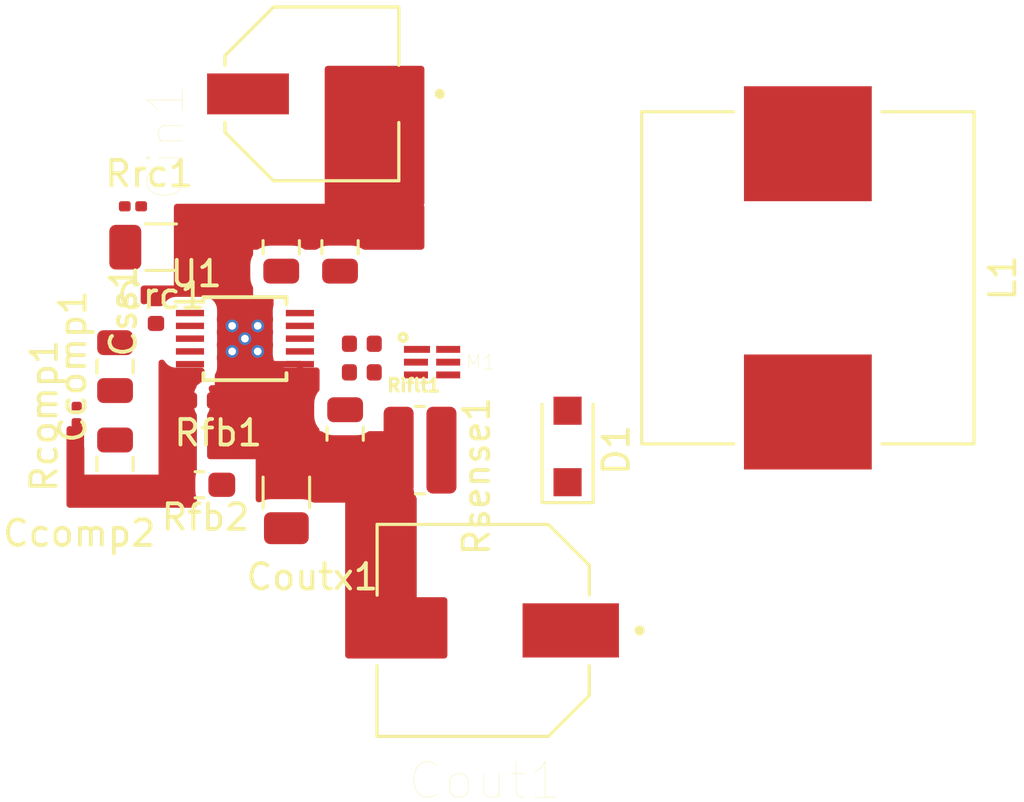
<source format=kicad_pcb>
(kicad_pcb (version 20171130) (host pcbnew "(5.1.5)-3")

  (general
    (thickness 1.6)
    (drawings 0)
    (tracks 5)
    (zones 0)
    (modules 21)
    (nets 16)
  )

  (page A4)
  (layers
    (0 F.Cu signal)
    (31 B.Cu signal)
    (32 B.Adhes user)
    (33 F.Adhes user)
    (34 B.Paste user)
    (35 F.Paste user)
    (36 B.SilkS user)
    (37 F.SilkS user)
    (38 B.Mask user)
    (39 F.Mask user)
    (40 Dwgs.User user)
    (41 Cmts.User user)
    (42 Eco1.User user)
    (43 Eco2.User user)
    (44 Edge.Cuts user)
    (45 Margin user)
    (46 B.CrtYd user)
    (47 F.CrtYd user)
    (48 B.Fab user)
    (49 F.Fab user hide)
  )

  (setup
    (last_trace_width 0.25)
    (trace_clearance 0.2)
    (zone_clearance 0.508)
    (zone_45_only no)
    (trace_min 0.2)
    (via_size 0.8)
    (via_drill 0.4)
    (via_min_size 0.4)
    (via_min_drill 0.3)
    (uvia_size 0.3)
    (uvia_drill 0.1)
    (uvias_allowed no)
    (uvia_min_size 0.2)
    (uvia_min_drill 0.1)
    (edge_width 0.05)
    (segment_width 0.2)
    (pcb_text_width 0.3)
    (pcb_text_size 1.5 1.5)
    (mod_edge_width 0.12)
    (mod_text_size 1 1)
    (mod_text_width 0.15)
    (pad_size 1.1 0.25)
    (pad_drill 0)
    (pad_to_mask_clearance 0.051)
    (solder_mask_min_width 0.25)
    (aux_axis_origin 0 0)
    (visible_elements 7FFFFFFF)
    (pcbplotparams
      (layerselection 0x010fc_ffffffff)
      (usegerberextensions false)
      (usegerberattributes false)
      (usegerberadvancedattributes false)
      (creategerberjobfile false)
      (excludeedgelayer true)
      (linewidth 0.100000)
      (plotframeref false)
      (viasonmask false)
      (mode 1)
      (useauxorigin false)
      (hpglpennumber 1)
      (hpglpenspeed 20)
      (hpglpendiameter 15.000000)
      (psnegative false)
      (psa4output false)
      (plotreference true)
      (plotvalue true)
      (plotinvisibletext false)
      (padsonsilk false)
      (subtractmaskfromsilk false)
      (outputformat 1)
      (mirror false)
      (drillshape 1)
      (scaleselection 1)
      (outputdirectory ""))
  )

  (net 0 "")
  (net 1 GND)
  (net 2 "Net-(Cbp1-Pad1)")
  (net 3 +BATT)
  (net 4 "Net-(Ccomp1-Pad2)")
  (net 5 "Net-(Ccomp1-Pad1)")
  (net 6 "Net-(Ccomp2-Pad2)")
  (net 7 "Net-(Ciflt1-Pad1)")
  (net 8 "Net-(Cout1-Pad1)")
  (net 9 "Net-(Crc1-Pad1)")
  (net 10 "Net-(Css1-Pad1)")
  (net 11 "Net-(D1-Pad2)")
  (net 12 "Net-(M1-Pad2)")
  (net 13 "Net-(M1-Pad3)")
  (net 14 "Net-(Rg1-Pad1)")
  (net 15 "Net-(U1-Pad3)")

  (net_class Default "This is the default net class."
    (clearance 0.2)
    (trace_width 0.25)
    (via_dia 0.8)
    (via_drill 0.4)
    (uvia_dia 0.3)
    (uvia_drill 0.1)
    (add_net +BATT)
    (add_net GND)
    (add_net "Net-(Cbp1-Pad1)")
    (add_net "Net-(Ccomp1-Pad1)")
    (add_net "Net-(Ccomp1-Pad2)")
    (add_net "Net-(Ccomp2-Pad2)")
    (add_net "Net-(Ciflt1-Pad1)")
    (add_net "Net-(Cout1-Pad1)")
    (add_net "Net-(Crc1-Pad1)")
    (add_net "Net-(Css1-Pad1)")
    (add_net "Net-(D1-Pad2)")
    (add_net "Net-(M1-Pad2)")
    (add_net "Net-(M1-Pad3)")
    (add_net "Net-(Rg1-Pad1)")
    (add_net "Net-(U1-Pad3)")
  )

  (module Resistor_SMD:R_0612_1632Metric_Pad1.18x3.40mm_HandSolder (layer F.Cu) (tedit 5B301BBD) (tstamp 5E648583)
    (at 164.3295 111.044)
    (descr "Resistor SMD 0612 (1632 Metric), square (rectangular) end terminal, IPC_7351 nominal with elongated pad for handsoldering. (Body size source: https://www.vishay.com/docs/20019/rcwe.pdf), generated with kicad-footprint-generator")
    (tags "resistor handsolder")
    (path /5E55CD34)
    (attr smd)
    (fp_text reference Rsense1 (at 2.2105 1.016 270) (layer F.SilkS)
      (effects (font (size 1 1) (thickness 0.15)))
    )
    (fp_text value "18.0 mOhm" (at 0 2.65) (layer F.Fab)
      (effects (font (size 1 1) (thickness 0.15)))
    )
    (fp_text user %R (at 0 0) (layer F.Fab)
      (effects (font (size 0.4 0.4) (thickness 0.06)))
    )
    (fp_line (start 1.68 1.95) (end -1.68 1.95) (layer F.CrtYd) (width 0.05))
    (fp_line (start 1.68 -1.95) (end 1.68 1.95) (layer F.CrtYd) (width 0.05))
    (fp_line (start -1.68 -1.95) (end 1.68 -1.95) (layer F.CrtYd) (width 0.05))
    (fp_line (start -1.68 1.95) (end -1.68 -1.95) (layer F.CrtYd) (width 0.05))
    (fp_line (start -0.182983 1.71) (end 0.182983 1.71) (layer F.SilkS) (width 0.12))
    (fp_line (start -0.182983 -1.71) (end 0.182983 -1.71) (layer F.SilkS) (width 0.12))
    (fp_line (start 0.8 1.6) (end -0.8 1.6) (layer F.Fab) (width 0.1))
    (fp_line (start 0.8 -1.6) (end 0.8 1.6) (layer F.Fab) (width 0.1))
    (fp_line (start -0.8 -1.6) (end 0.8 -1.6) (layer F.Fab) (width 0.1))
    (fp_line (start -0.8 1.6) (end -0.8 -1.6) (layer F.Fab) (width 0.1))
    (pad 2 smd roundrect (at 0.8375 0) (size 1.175 3.4) (layers F.Cu F.Paste F.Mask) (roundrect_rratio 0.212766)
      (net 13 "Net-(M1-Pad3)"))
    (pad 1 smd roundrect (at -0.8375 0) (size 1.175 3.4) (layers F.Cu F.Paste F.Mask) (roundrect_rratio 0.212766)
      (net 1 GND))
    (model ${KISYS3DMOD}/Resistor_SMD.3dshapes/R_0612_1632Metric.wrl
      (at (xyz 0 0 0))
      (scale (xyz 1 1 1))
      (rotate (xyz 0 0 0))
    )
  )

  (module Resistor_SMD:R_0201_0603Metric (layer F.Cu) (tedit 5B301BBD) (tstamp 5E648572)
    (at 153.1 101.5 180)
    (descr "Resistor SMD 0201 (0603 Metric), square (rectangular) end terminal, IPC_7351 nominal, (Body size source: https://www.vishay.com/docs/20052/crcw0201e3.pdf), generated with kicad-footprint-generator")
    (tags resistor)
    (path /5E55C861)
    (attr smd)
    (fp_text reference Rrc1 (at -0.635 1.27) (layer F.SilkS)
      (effects (font (size 1 1) (thickness 0.15)))
    )
    (fp_text value "681.0 kOhm" (at 0 1.05) (layer F.Fab)
      (effects (font (size 1 1) (thickness 0.15)))
    )
    (fp_text user %R (at 0 -0.68) (layer F.Fab)
      (effects (font (size 0.25 0.25) (thickness 0.04)))
    )
    (fp_line (start 0.7 0.35) (end -0.7 0.35) (layer F.CrtYd) (width 0.05))
    (fp_line (start 0.7 -0.35) (end 0.7 0.35) (layer F.CrtYd) (width 0.05))
    (fp_line (start -0.7 -0.35) (end 0.7 -0.35) (layer F.CrtYd) (width 0.05))
    (fp_line (start -0.7 0.35) (end -0.7 -0.35) (layer F.CrtYd) (width 0.05))
    (fp_line (start 0.3 0.15) (end -0.3 0.15) (layer F.Fab) (width 0.1))
    (fp_line (start 0.3 -0.15) (end 0.3 0.15) (layer F.Fab) (width 0.1))
    (fp_line (start -0.3 -0.15) (end 0.3 -0.15) (layer F.Fab) (width 0.1))
    (fp_line (start -0.3 0.15) (end -0.3 -0.15) (layer F.Fab) (width 0.1))
    (pad 2 smd roundrect (at 0.32 0 180) (size 0.46 0.4) (layers F.Cu F.Mask) (roundrect_rratio 0.25)
      (net 9 "Net-(Crc1-Pad1)"))
    (pad 1 smd roundrect (at -0.32 0 180) (size 0.46 0.4) (layers F.Cu F.Mask) (roundrect_rratio 0.25)
      (net 3 +BATT))
    (pad "" smd roundrect (at 0.345 0 180) (size 0.318 0.36) (layers F.Paste) (roundrect_rratio 0.25))
    (pad "" smd roundrect (at -0.345 0 180) (size 0.318 0.36) (layers F.Paste) (roundrect_rratio 0.25))
    (model ${KISYS3DMOD}/Resistor_SMD.3dshapes/R_0201_0603Metric.wrl
      (at (xyz 0 0 0))
      (scale (xyz 1 1 1))
      (rotate (xyz 0 0 0))
    )
  )

  (module Boost_Comm:TSSOP-10_3x3mm_P0.5mm_ThermalPad (layer F.Cu) (tedit 5E88DE31) (tstamp 5E6485A8)
    (at 157.48 106.68)
    (descr "TSSOP10: plastic thin shrink small outline package; 10 leads; body width 3 mm; (see NXP SSOP-TSSOP-VSO-REFLOW.pdf and sot552-1_po.pdf)")
    (tags "SSOP 0.5")
    (path /5E608753)
    (attr smd)
    (fp_text reference U1 (at -1.905 -2.54) (layer F.SilkS)
      (effects (font (size 1 1) (thickness 0.15)))
    )
    (fp_text value TPS40210DGQ (at 0 2.55) (layer F.Fab)
      (effects (font (size 1 1) (thickness 0.15)))
    )
    (fp_line (start -0.5 -1.5) (end 1.5 -1.5) (layer F.Fab) (width 0.15))
    (fp_line (start 1.5 -1.5) (end 1.5 1.5) (layer F.Fab) (width 0.15))
    (fp_line (start 1.5 1.5) (end -1.5 1.5) (layer F.Fab) (width 0.15))
    (fp_line (start -1.5 1.5) (end -1.5 -0.5) (layer F.Fab) (width 0.15))
    (fp_line (start -1.5 -0.5) (end -0.5 -1.5) (layer F.Fab) (width 0.15))
    (fp_line (start -2.95 -1.8) (end -2.95 1.8) (layer F.CrtYd) (width 0.05))
    (fp_line (start 2.95 -1.8) (end 2.95 1.8) (layer F.CrtYd) (width 0.05))
    (fp_line (start -2.95 -1.8) (end 2.95 -1.8) (layer F.CrtYd) (width 0.05))
    (fp_line (start -2.95 1.8) (end 2.95 1.8) (layer F.CrtYd) (width 0.05))
    (fp_line (start -1.625 -1.625) (end -1.625 -1.45) (layer F.SilkS) (width 0.15))
    (fp_line (start 1.625 -1.625) (end 1.625 -1.35) (layer F.SilkS) (width 0.15))
    (fp_line (start 1.625 1.625) (end 1.625 1.35) (layer F.SilkS) (width 0.15))
    (fp_line (start -1.625 1.625) (end -1.625 1.35) (layer F.SilkS) (width 0.15))
    (fp_line (start -1.625 -1.625) (end 1.625 -1.625) (layer F.SilkS) (width 0.15))
    (fp_line (start -1.625 1.625) (end 1.625 1.625) (layer F.SilkS) (width 0.15))
    (fp_line (start -1.625 -1.45) (end -2.7 -1.45) (layer F.SilkS) (width 0.15))
    (fp_text user %R (at 0.18796 -1.3716) (layer F.Fab)
      (effects (font (size 0.6 0.6) (thickness 0.15)))
    )
    (pad 1 smd rect (at -2.15 -1) (size 1.1 0.25) (layers F.Cu F.Paste F.Mask)
      (net 9 "Net-(Crc1-Pad1)"))
    (pad 2 smd rect (at -2.15 -0.5) (size 1.1 0.25) (layers F.Cu F.Paste F.Mask)
      (net 10 "Net-(Css1-Pad1)"))
    (pad 3 smd rect (at -2.15 0) (size 1.1 0.25) (layers F.Cu F.Paste F.Mask)
      (net 15 "Net-(U1-Pad3)"))
    (pad 4 smd rect (at -2.15 0.5) (size 1.1 0.25) (layers F.Cu F.Paste F.Mask)
      (net 5 "Net-(Ccomp1-Pad1)"))
    (pad 5 smd rect (at -2.15 1) (size 1.1 0.25) (layers F.Cu F.Paste F.Mask)
      (net 6 "Net-(Ccomp2-Pad2)"))
    (pad 6 smd rect (at 2.15 1) (size 1.1 0.25) (layers F.Cu F.Paste F.Mask)
      (net 1 GND))
    (pad 7 smd rect (at 2.15 0.5) (size 1.1 0.25) (layers F.Cu F.Paste F.Mask)
      (net 7 "Net-(Ciflt1-Pad1)"))
    (pad 8 smd rect (at 2.15 0) (size 1.1 0.25) (layers F.Cu F.Paste F.Mask)
      (net 14 "Net-(Rg1-Pad1)"))
    (pad 9 smd rect (at 2.15 -0.5) (size 1.1 0.25) (layers F.Cu F.Paste F.Mask)
      (net 2 "Net-(Cbp1-Pad1)"))
    (pad 10 smd rect (at 2.15 -1) (size 1.1 0.25) (layers F.Cu F.Paste F.Mask)
      (net 3 +BATT))
    (pad ~ smd rect (at 0 0) (size 1.57 1.88) (layers F.Cu F.Paste F.Mask)
      (net 1 GND))
    (pad ~ thru_hole circle (at 0 0) (size 0.5 0.5) (drill 0.3) (layers *.Cu *.Mask)
      (net 1 GND))
    (pad ~ thru_hole circle (at -0.5 0.5) (size 0.5 0.5) (drill 0.3) (layers *.Cu *.Mask)
      (net 1 GND))
    (pad ~ thru_hole circle (at -0.5 -0.5) (size 0.5 0.5) (drill 0.3) (layers *.Cu *.Mask)
      (net 1 GND))
    (pad ~ thru_hole circle (at 0.5 -0.5) (size 0.5 0.5) (drill 0.3) (layers *.Cu *.Mask)
      (net 1 GND))
    (pad ~ thru_hole circle (at 0.5 0.5) (size 0.5 0.5) (drill 0.3) (layers *.Cu *.Mask)
      (net 1 GND))
    (model ${KISYS3DMOD}/Package_SO.3dshapes/TSSOP-10_3x3mm_P0.5mm.wrl
      (at (xyz 0 0 0))
      (scale (xyz 1 1 1))
      (rotate (xyz 0 0 0))
    )
  )

  (module Resistor_SMD:R_0402_1005Metric (layer F.Cu) (tedit 5B301BBD) (tstamp 5E648561)
    (at 162.052 108)
    (descr "Resistor SMD 0402 (1005 Metric), square (rectangular) end terminal, IPC_7351 nominal, (Body size source: http://www.tortai-tech.com/upload/download/2011102023233369053.pdf), generated with kicad-footprint-generator")
    (tags resistor)
    (path /5E55D086)
    (attr smd)
    (fp_text reference Riflt1 (at 2.032 0.508) (layer F.SilkS)
      (effects (font (size 0.5 0.5) (thickness 0.125)))
    )
    (fp_text value "1000.0 Ohm" (at 0 1.17) (layer F.Fab)
      (effects (font (size 1 1) (thickness 0.15)))
    )
    (fp_text user %R (at 0 0) (layer F.Fab)
      (effects (font (size 0.25 0.25) (thickness 0.04)))
    )
    (fp_line (start 0.93 0.47) (end -0.93 0.47) (layer F.CrtYd) (width 0.05))
    (fp_line (start 0.93 -0.47) (end 0.93 0.47) (layer F.CrtYd) (width 0.05))
    (fp_line (start -0.93 -0.47) (end 0.93 -0.47) (layer F.CrtYd) (width 0.05))
    (fp_line (start -0.93 0.47) (end -0.93 -0.47) (layer F.CrtYd) (width 0.05))
    (fp_line (start 0.5 0.25) (end -0.5 0.25) (layer F.Fab) (width 0.1))
    (fp_line (start 0.5 -0.25) (end 0.5 0.25) (layer F.Fab) (width 0.1))
    (fp_line (start -0.5 -0.25) (end 0.5 -0.25) (layer F.Fab) (width 0.1))
    (fp_line (start -0.5 0.25) (end -0.5 -0.25) (layer F.Fab) (width 0.1))
    (pad 2 smd roundrect (at 0.485 0) (size 0.59 0.64) (layers F.Cu F.Paste F.Mask) (roundrect_rratio 0.25)
      (net 13 "Net-(M1-Pad3)"))
    (pad 1 smd roundrect (at -0.485 0) (size 0.59 0.64) (layers F.Cu F.Paste F.Mask) (roundrect_rratio 0.25)
      (net 7 "Net-(Ciflt1-Pad1)"))
    (model ${KISYS3DMOD}/Resistor_SMD.3dshapes/R_0402_1005Metric.wrl
      (at (xyz 0 0 0))
      (scale (xyz 1 1 1))
      (rotate (xyz 0 0 0))
    )
  )

  (module Resistor_SMD:R_0402_1005Metric (layer F.Cu) (tedit 5B301BBD) (tstamp 5E648552)
    (at 162.052 106.88)
    (descr "Resistor SMD 0402 (1005 Metric), square (rectangular) end terminal, IPC_7351 nominal, (Body size source: http://www.tortai-tech.com/upload/download/2011102023233369053.pdf), generated with kicad-footprint-generator")
    (tags resistor)
    (path /5E55D43D)
    (attr smd)
    (fp_text reference Rg1 (at 0 -1.016) (layer F.SilkS) hide
      (effects (font (size 0.5 0.5) (thickness 0.125)))
    )
    (fp_text value "44.2 Ohm" (at 0 1.17) (layer F.Fab)
      (effects (font (size 1 1) (thickness 0.15)))
    )
    (fp_text user %R (at 0 0) (layer F.Fab)
      (effects (font (size 0.25 0.25) (thickness 0.04)))
    )
    (fp_line (start 0.93 0.47) (end -0.93 0.47) (layer F.CrtYd) (width 0.05))
    (fp_line (start 0.93 -0.47) (end 0.93 0.47) (layer F.CrtYd) (width 0.05))
    (fp_line (start -0.93 -0.47) (end 0.93 -0.47) (layer F.CrtYd) (width 0.05))
    (fp_line (start -0.93 0.47) (end -0.93 -0.47) (layer F.CrtYd) (width 0.05))
    (fp_line (start 0.5 0.25) (end -0.5 0.25) (layer F.Fab) (width 0.1))
    (fp_line (start 0.5 -0.25) (end 0.5 0.25) (layer F.Fab) (width 0.1))
    (fp_line (start -0.5 -0.25) (end 0.5 -0.25) (layer F.Fab) (width 0.1))
    (fp_line (start -0.5 0.25) (end -0.5 -0.25) (layer F.Fab) (width 0.1))
    (pad 2 smd roundrect (at 0.485 0) (size 0.59 0.64) (layers F.Cu F.Paste F.Mask) (roundrect_rratio 0.25)
      (net 12 "Net-(M1-Pad2)"))
    (pad 1 smd roundrect (at -0.485 0) (size 0.59 0.64) (layers F.Cu F.Paste F.Mask) (roundrect_rratio 0.25)
      (net 14 "Net-(Rg1-Pad1)"))
    (model ${KISYS3DMOD}/Resistor_SMD.3dshapes/R_0402_1005Metric.wrl
      (at (xyz 0 0 0))
      (scale (xyz 1 1 1))
      (rotate (xyz 0 0 0))
    )
  )

  (module Boost_Comm:CSD17571Q2 (layer F.Cu) (tedit 5E88CA63) (tstamp 5E648512)
    (at 164.8 107.6)
    (path /5E5F36EA)
    (fp_text reference M1 (at 1.9 0) (layer F.SilkS)
      (effects (font (size 0.578565 0.578565) (thickness 0.015)))
    )
    (fp_text value CSD17571Q2 (at 4.87288 -2.103991) (layer F.Fab)
      (effects (font (size 0.580804 0.580804) (thickness 0.015)))
    )
    (fp_line (start -1.35 -1) (end 1.35 -1) (layer F.CrtYd) (width 0.05))
    (fp_line (start -1.35 1) (end -1.35 -1) (layer F.CrtYd) (width 0.05))
    (fp_line (start 1.35 1) (end -1.35 1) (layer F.CrtYd) (width 0.05))
    (fp_line (start 1.35 -1) (end 1.35 1) (layer F.CrtYd) (width 0.05))
    (fp_circle (center -1.135 -0.97) (end -1.065 -0.97) (layer F.SilkS) (width 0.15))
    (fp_line (start -0.75 -0.75) (end 0.75 -0.75) (layer F.Fab) (width 0.127))
    (fp_line (start -0.75 0.75) (end -0.75 -0.75) (layer F.Fab) (width 0.127))
    (fp_line (start 0.75 0.75) (end -0.75 0.75) (layer F.Fab) (width 0.127))
    (fp_line (start 0.75 -0.75) (end 0.75 0.75) (layer F.Fab) (width 0.127))
    (pad 1 smd rect (at -0.59 -0.5) (size 1.02 0.27) (layers F.Cu F.Paste F.Mask)
      (net 11 "Net-(D1-Pad2)"))
    (pad 2 smd rect (at -0.63 0) (size 0.94 0.27) (layers F.Cu F.Paste F.Mask)
      (net 12 "Net-(M1-Pad2)"))
    (pad 3 smd rect (at -0.63 0.5) (size 0.94 0.27) (layers F.Cu F.Paste F.Mask)
      (net 13 "Net-(M1-Pad3)"))
    (pad 4 smd rect (at 0.63 0.5) (size 0.94 0.27) (layers F.Cu F.Paste F.Mask)
      (net 13 "Net-(M1-Pad3)"))
    (pad 5 smd rect (at 0.63 0) (size 0.94 0.27) (layers F.Cu F.Paste F.Mask)
      (net 12 "Net-(M1-Pad2)"))
    (pad 6 smd rect (at 0.63 -0.5) (size 0.94 0.27) (layers F.Cu F.Paste F.Mask)
      (net 11 "Net-(D1-Pad2)"))
  )

  (module Capacitor_SMD:C_0402_1005Metric (layer F.Cu) (tedit 5B301BBE) (tstamp 5E6484D1)
    (at 154 105.6 90)
    (descr "Capacitor SMD 0402 (1005 Metric), square (rectangular) end terminal, IPC_7351 nominal, (Body size source: http://www.tortai-tech.com/upload/download/2011102023233369053.pdf), generated with kicad-footprint-generator")
    (tags capacitor)
    (path /5E574B79)
    (attr smd)
    (fp_text reference Css1 (at 0 -1.27 90) (layer F.SilkS)
      (effects (font (size 1 1) (thickness 0.15)))
    )
    (fp_text value "68.0 nF" (at 0 1.17 90) (layer F.Fab)
      (effects (font (size 1 1) (thickness 0.15)))
    )
    (fp_text user %R (at 0 0 90) (layer F.Fab)
      (effects (font (size 0.25 0.25) (thickness 0.04)))
    )
    (fp_line (start 0.93 0.47) (end -0.93 0.47) (layer F.CrtYd) (width 0.05))
    (fp_line (start 0.93 -0.47) (end 0.93 0.47) (layer F.CrtYd) (width 0.05))
    (fp_line (start -0.93 -0.47) (end 0.93 -0.47) (layer F.CrtYd) (width 0.05))
    (fp_line (start -0.93 0.47) (end -0.93 -0.47) (layer F.CrtYd) (width 0.05))
    (fp_line (start 0.5 0.25) (end -0.5 0.25) (layer F.Fab) (width 0.1))
    (fp_line (start 0.5 -0.25) (end 0.5 0.25) (layer F.Fab) (width 0.1))
    (fp_line (start -0.5 -0.25) (end 0.5 -0.25) (layer F.Fab) (width 0.1))
    (fp_line (start -0.5 0.25) (end -0.5 -0.25) (layer F.Fab) (width 0.1))
    (pad 2 smd roundrect (at 0.485 0 90) (size 0.59 0.64) (layers F.Cu F.Paste F.Mask) (roundrect_rratio 0.25)
      (net 1 GND))
    (pad 1 smd roundrect (at -0.485 0 90) (size 0.59 0.64) (layers F.Cu F.Paste F.Mask) (roundrect_rratio 0.25)
      (net 10 "Net-(Css1-Pad1)"))
    (model ${KISYS3DMOD}/Capacitor_SMD.3dshapes/C_0402_1005Metric.wrl
      (at (xyz 0 0 0))
      (scale (xyz 1 1 1))
      (rotate (xyz 0 0 0))
    )
  )

  (module Capacitor_SMD:C_1206_3216Metric (layer F.Cu) (tedit 5B301BBE) (tstamp 5E6484B1)
    (at 159.1 112.7 90)
    (descr "Capacitor SMD 1206 (3216 Metric), square (rectangular) end terminal, IPC_7351 nominal, (Body size source: http://www.tortai-tech.com/upload/download/2011102023233369053.pdf), generated with kicad-footprint-generator")
    (tags capacitor)
    (path /5E5F7CBA)
    (attr smd)
    (fp_text reference Coutx1 (at -3.305 1.016 180) (layer F.SilkS)
      (effects (font (size 1 1) (thickness 0.15)))
    )
    (fp_text value "2.2 uF" (at 0 1.82 90) (layer F.Fab)
      (effects (font (size 1 1) (thickness 0.15)))
    )
    (fp_text user %R (at 0 0 90) (layer F.Fab)
      (effects (font (size 0.8 0.8) (thickness 0.12)))
    )
    (fp_line (start 2.28 1.12) (end -2.28 1.12) (layer F.CrtYd) (width 0.05))
    (fp_line (start 2.28 -1.12) (end 2.28 1.12) (layer F.CrtYd) (width 0.05))
    (fp_line (start -2.28 -1.12) (end 2.28 -1.12) (layer F.CrtYd) (width 0.05))
    (fp_line (start -2.28 1.12) (end -2.28 -1.12) (layer F.CrtYd) (width 0.05))
    (fp_line (start -0.602064 0.91) (end 0.602064 0.91) (layer F.SilkS) (width 0.12))
    (fp_line (start -0.602064 -0.91) (end 0.602064 -0.91) (layer F.SilkS) (width 0.12))
    (fp_line (start 1.6 0.8) (end -1.6 0.8) (layer F.Fab) (width 0.1))
    (fp_line (start 1.6 -0.8) (end 1.6 0.8) (layer F.Fab) (width 0.1))
    (fp_line (start -1.6 -0.8) (end 1.6 -0.8) (layer F.Fab) (width 0.1))
    (fp_line (start -1.6 0.8) (end -1.6 -0.8) (layer F.Fab) (width 0.1))
    (pad 2 smd roundrect (at 1.4 0 90) (size 1.25 1.75) (layers F.Cu F.Paste F.Mask) (roundrect_rratio 0.2)
      (net 1 GND))
    (pad 1 smd roundrect (at -1.4 0 90) (size 1.25 1.75) (layers F.Cu F.Paste F.Mask) (roundrect_rratio 0.2)
      (net 8 "Net-(Cout1-Pad1)"))
    (model ${KISYS3DMOD}/Capacitor_SMD.3dshapes/C_1206_3216Metric.wrl
      (at (xyz 0 0 0))
      (scale (xyz 1 1 1))
      (rotate (xyz 0 0 0))
    )
  )

  (module Boost_Comm:CAP_EEE-FT1H470AP (layer F.Cu) (tedit 5E61E461) (tstamp 5E64847E)
    (at 160.1 97.1)
    (path /5E578B56)
    (fp_text reference Cin1 (at -5.715 1.905 90) (layer F.SilkS)
      (effects (font (size 1.4 1.4) (thickness 0.015)))
    )
    (fp_text value "33.0 uF" (at 10.113 5.111) (layer F.Fab)
      (effects (font (size 1.4 1.4) (thickness 0.015)))
    )
    (fp_line (start 4.35 -3.65) (end -4.35 -3.65) (layer F.CrtYd) (width 0.05))
    (fp_line (start 4.35 3.65) (end 4.35 -3.65) (layer F.CrtYd) (width 0.05))
    (fp_line (start -4.35 3.65) (end 4.35 3.65) (layer F.CrtYd) (width 0.05))
    (fp_line (start -4.35 -3.65) (end -4.35 3.65) (layer F.CrtYd) (width 0.05))
    (fp_circle (center 5 0) (end 5.1 0) (layer F.Fab) (width 0.2))
    (fp_circle (center 5 0) (end 5.1 0) (layer F.SilkS) (width 0.2))
    (fp_line (start -3.4 1.5) (end -3.4 1.12) (layer F.SilkS) (width 0.127))
    (fp_line (start 3.4 3.4) (end 3.4 1.12) (layer F.SilkS) (width 0.127))
    (fp_line (start -1.5 3.4) (end 3.4 3.4) (layer F.Fab) (width 0.127))
    (fp_line (start -3.4 1.5) (end -1.5 3.4) (layer F.Fab) (width 0.127))
    (fp_line (start -1.5 -3.4) (end -3.4 -1.5) (layer F.Fab) (width 0.127))
    (fp_line (start 3.4 -3.4) (end -1.5 -3.4) (layer F.Fab) (width 0.127))
    (fp_line (start 3.4 3.4) (end 3.4 -3.4) (layer F.Fab) (width 0.127))
    (fp_line (start -3.4 -1.5) (end -3.4 1.5) (layer F.Fab) (width 0.127))
    (fp_line (start -1.5 -3.4) (end -3.4 -1.5) (layer F.SilkS) (width 0.127))
    (fp_line (start 3.4 -3.4) (end -1.5 -3.4) (layer F.SilkS) (width 0.127))
    (fp_line (start 3.4 -1.12) (end 3.4 -3.4) (layer F.SilkS) (width 0.127))
    (fp_line (start -1.5 3.4) (end 3.4 3.4) (layer F.SilkS) (width 0.127))
    (fp_line (start -3.4 1.5) (end -1.5 3.4) (layer F.SilkS) (width 0.127))
    (fp_line (start -3.4 -1.5) (end -3.4 -1.12) (layer F.SilkS) (width 0.127))
    (pad 2 smd rect (at 2.5 0) (size 3.2 1.6) (layers F.Cu F.Paste F.Mask)
      (net 1 GND))
    (pad 1 smd rect (at -2.5 0) (size 3.2 1.6) (layers F.Cu F.Paste F.Mask)
      (net 3 +BATT))
  )

  (module Capacitor_SMD:C_0805_2012Metric (layer F.Cu) (tedit 5B36C52B) (tstamp 5E648464)
    (at 161.4 110.4 270)
    (descr "Capacitor SMD 0805 (2012 Metric), square (rectangular) end terminal, IPC_7351 nominal, (Body size source: https://docs.google.com/spreadsheets/d/1BsfQQcO9C6DZCsRaXUlFlo91Tg2WpOkGARC1WS5S8t0/edit?usp=sharing), generated with kicad-footprint-generator")
    (tags capacitor)
    (path /5E5761B1)
    (attr smd)
    (fp_text reference Ciflt1 (at -2.54 1.524) (layer F.SilkS) hide
      (effects (font (size 1 1) (thickness 0.15)))
    )
    (fp_text value "330.0 pF" (at 0 1.65 90) (layer F.Fab)
      (effects (font (size 1 1) (thickness 0.15)))
    )
    (fp_text user %R (at 0 0 90) (layer F.Fab)
      (effects (font (size 0.5 0.5) (thickness 0.08)))
    )
    (fp_line (start 1.68 0.95) (end -1.68 0.95) (layer F.CrtYd) (width 0.05))
    (fp_line (start 1.68 -0.95) (end 1.68 0.95) (layer F.CrtYd) (width 0.05))
    (fp_line (start -1.68 -0.95) (end 1.68 -0.95) (layer F.CrtYd) (width 0.05))
    (fp_line (start -1.68 0.95) (end -1.68 -0.95) (layer F.CrtYd) (width 0.05))
    (fp_line (start -0.258578 0.71) (end 0.258578 0.71) (layer F.SilkS) (width 0.12))
    (fp_line (start -0.258578 -0.71) (end 0.258578 -0.71) (layer F.SilkS) (width 0.12))
    (fp_line (start 1 0.6) (end -1 0.6) (layer F.Fab) (width 0.1))
    (fp_line (start 1 -0.6) (end 1 0.6) (layer F.Fab) (width 0.1))
    (fp_line (start -1 -0.6) (end 1 -0.6) (layer F.Fab) (width 0.1))
    (fp_line (start -1 0.6) (end -1 -0.6) (layer F.Fab) (width 0.1))
    (pad 2 smd roundrect (at 0.9375 0 270) (size 0.975 1.4) (layers F.Cu F.Paste F.Mask) (roundrect_rratio 0.25)
      (net 1 GND))
    (pad 1 smd roundrect (at -0.9375 0 270) (size 0.975 1.4) (layers F.Cu F.Paste F.Mask) (roundrect_rratio 0.25)
      (net 7 "Net-(Ciflt1-Pad1)"))
    (model ${KISYS3DMOD}/Capacitor_SMD.3dshapes/C_0805_2012Metric.wrl
      (at (xyz 0 0 0))
      (scale (xyz 1 1 1))
      (rotate (xyz 0 0 0))
    )
  )

  (module Resistor_SMD:R_0201_0603Metric (layer F.Cu) (tedit 5B301BBD) (tstamp 5E648523)
    (at 150.9 109.7 270)
    (descr "Resistor SMD 0201 (0603 Metric), square (rectangular) end terminal, IPC_7351 nominal, (Body size source: https://www.vishay.com/docs/20052/crcw0201e3.pdf), generated with kicad-footprint-generator")
    (tags resistor)
    (path /5E55D917)
    (attr smd)
    (fp_text reference Rcomp1 (at 0 1.27 90) (layer F.SilkS)
      (effects (font (size 1 1) (thickness 0.15)))
    )
    (fp_text value "36.5 kOhm" (at 0 1.05 90) (layer F.Fab)
      (effects (font (size 1 1) (thickness 0.15)))
    )
    (fp_text user %R (at 0 -0.68 90) (layer F.Fab)
      (effects (font (size 0.25 0.25) (thickness 0.04)))
    )
    (fp_line (start 0.7 0.35) (end -0.7 0.35) (layer F.CrtYd) (width 0.05))
    (fp_line (start 0.7 -0.35) (end 0.7 0.35) (layer F.CrtYd) (width 0.05))
    (fp_line (start -0.7 -0.35) (end 0.7 -0.35) (layer F.CrtYd) (width 0.05))
    (fp_line (start -0.7 0.35) (end -0.7 -0.35) (layer F.CrtYd) (width 0.05))
    (fp_line (start 0.3 0.15) (end -0.3 0.15) (layer F.Fab) (width 0.1))
    (fp_line (start 0.3 -0.15) (end 0.3 0.15) (layer F.Fab) (width 0.1))
    (fp_line (start -0.3 -0.15) (end 0.3 -0.15) (layer F.Fab) (width 0.1))
    (fp_line (start -0.3 0.15) (end -0.3 -0.15) (layer F.Fab) (width 0.1))
    (pad 2 smd roundrect (at 0.32 0 270) (size 0.46 0.4) (layers F.Cu F.Mask) (roundrect_rratio 0.25)
      (net 6 "Net-(Ccomp2-Pad2)"))
    (pad 1 smd roundrect (at -0.32 0 270) (size 0.46 0.4) (layers F.Cu F.Mask) (roundrect_rratio 0.25)
      (net 4 "Net-(Ccomp1-Pad2)"))
    (pad "" smd roundrect (at 0.345 0 270) (size 0.318 0.36) (layers F.Paste) (roundrect_rratio 0.25))
    (pad "" smd roundrect (at -0.345 0 270) (size 0.318 0.36) (layers F.Paste) (roundrect_rratio 0.25))
    (model ${KISYS3DMOD}/Resistor_SMD.3dshapes/R_0201_0603Metric.wrl
      (at (xyz 0 0 0))
      (scale (xyz 1 1 1))
      (rotate (xyz 0 0 0))
    )
  )

  (module Capacitor_SMD:C_0805_2012Metric (layer F.Cu) (tedit 5B36C52B) (tstamp 5E648453)
    (at 152.4 111.5845 270)
    (descr "Capacitor SMD 0805 (2012 Metric), square (rectangular) end terminal, IPC_7351 nominal, (Body size source: https://docs.google.com/spreadsheets/d/1BsfQQcO9C6DZCsRaXUlFlo91Tg2WpOkGARC1WS5S8t0/edit?usp=sharing), generated with kicad-footprint-generator")
    (tags capacitor)
    (path /5E576755)
    (attr smd)
    (fp_text reference Ccomp2 (at 2.7155 1.4 180) (layer F.SilkS)
      (effects (font (size 1 1) (thickness 0.15)))
    )
    (fp_text value "300.0 pF" (at 0 1.65 90) (layer F.Fab)
      (effects (font (size 1 1) (thickness 0.15)))
    )
    (fp_text user %R (at 0 0 90) (layer F.Fab)
      (effects (font (size 0.5 0.5) (thickness 0.08)))
    )
    (fp_line (start 1.68 0.95) (end -1.68 0.95) (layer F.CrtYd) (width 0.05))
    (fp_line (start 1.68 -0.95) (end 1.68 0.95) (layer F.CrtYd) (width 0.05))
    (fp_line (start -1.68 -0.95) (end 1.68 -0.95) (layer F.CrtYd) (width 0.05))
    (fp_line (start -1.68 0.95) (end -1.68 -0.95) (layer F.CrtYd) (width 0.05))
    (fp_line (start -0.258578 0.71) (end 0.258578 0.71) (layer F.SilkS) (width 0.12))
    (fp_line (start -0.258578 -0.71) (end 0.258578 -0.71) (layer F.SilkS) (width 0.12))
    (fp_line (start 1 0.6) (end -1 0.6) (layer F.Fab) (width 0.1))
    (fp_line (start 1 -0.6) (end 1 0.6) (layer F.Fab) (width 0.1))
    (fp_line (start -1 -0.6) (end 1 -0.6) (layer F.Fab) (width 0.1))
    (fp_line (start -1 0.6) (end -1 -0.6) (layer F.Fab) (width 0.1))
    (pad 2 smd roundrect (at 0.9375 0 270) (size 0.975 1.4) (layers F.Cu F.Paste F.Mask) (roundrect_rratio 0.25)
      (net 6 "Net-(Ccomp2-Pad2)"))
    (pad 1 smd roundrect (at -0.9375 0 270) (size 0.975 1.4) (layers F.Cu F.Paste F.Mask) (roundrect_rratio 0.25)
      (net 5 "Net-(Ccomp1-Pad1)"))
    (model ${KISYS3DMOD}/Capacitor_SMD.3dshapes/C_0805_2012Metric.wrl
      (at (xyz 0 0 0))
      (scale (xyz 1 1 1))
      (rotate (xyz 0 0 0))
    )
  )

  (module Capacitor_SMD:C_0805_2012Metric (layer F.Cu) (tedit 5B36C52B) (tstamp 5E648442)
    (at 152.4 107.7745 90)
    (descr "Capacitor SMD 0805 (2012 Metric), square (rectangular) end terminal, IPC_7351 nominal, (Body size source: https://docs.google.com/spreadsheets/d/1BsfQQcO9C6DZCsRaXUlFlo91Tg2WpOkGARC1WS5S8t0/edit?usp=sharing), generated with kicad-footprint-generator")
    (tags capacitor)
    (path /5E5741D0)
    (attr smd)
    (fp_text reference Ccomp1 (at 0 -1.65 90) (layer F.SilkS)
      (effects (font (size 1 1) (thickness 0.15)))
    )
    (fp_text value "8.2 nF" (at 0 1.65 90) (layer F.Fab)
      (effects (font (size 1 1) (thickness 0.15)))
    )
    (fp_text user %R (at 0 0 90) (layer F.Fab)
      (effects (font (size 0.5 0.5) (thickness 0.08)))
    )
    (fp_line (start 1.68 0.95) (end -1.68 0.95) (layer F.CrtYd) (width 0.05))
    (fp_line (start 1.68 -0.95) (end 1.68 0.95) (layer F.CrtYd) (width 0.05))
    (fp_line (start -1.68 -0.95) (end 1.68 -0.95) (layer F.CrtYd) (width 0.05))
    (fp_line (start -1.68 0.95) (end -1.68 -0.95) (layer F.CrtYd) (width 0.05))
    (fp_line (start -0.258578 0.71) (end 0.258578 0.71) (layer F.SilkS) (width 0.12))
    (fp_line (start -0.258578 -0.71) (end 0.258578 -0.71) (layer F.SilkS) (width 0.12))
    (fp_line (start 1 0.6) (end -1 0.6) (layer F.Fab) (width 0.1))
    (fp_line (start 1 -0.6) (end 1 0.6) (layer F.Fab) (width 0.1))
    (fp_line (start -1 -0.6) (end 1 -0.6) (layer F.Fab) (width 0.1))
    (fp_line (start -1 0.6) (end -1 -0.6) (layer F.Fab) (width 0.1))
    (pad 2 smd roundrect (at 0.9375 0 90) (size 0.975 1.4) (layers F.Cu F.Paste F.Mask) (roundrect_rratio 0.25)
      (net 4 "Net-(Ccomp1-Pad2)"))
    (pad 1 smd roundrect (at -0.9375 0 90) (size 0.975 1.4) (layers F.Cu F.Paste F.Mask) (roundrect_rratio 0.25)
      (net 5 "Net-(Ccomp1-Pad1)"))
    (model ${KISYS3DMOD}/Capacitor_SMD.3dshapes/C_0805_2012Metric.wrl
      (at (xyz 0 0 0))
      (scale (xyz 1 1 1))
      (rotate (xyz 0 0 0))
    )
  )

  (module Capacitor_SMD:C_0805_2012Metric (layer F.Cu) (tedit 5B36C52B) (tstamp 5E648420)
    (at 158.9 103.1 90)
    (descr "Capacitor SMD 0805 (2012 Metric), square (rectangular) end terminal, IPC_7351 nominal, (Body size source: https://docs.google.com/spreadsheets/d/1BsfQQcO9C6DZCsRaXUlFlo91Tg2WpOkGARC1WS5S8t0/edit?usp=sharing), generated with kicad-footprint-generator")
    (tags capacitor)
    (path /5E5754E0)
    (attr smd)
    (fp_text reference Cbp1 (at 0.508 1.524 90) (layer F.SilkS) hide
      (effects (font (size 1 1) (thickness 0.15)))
    )
    (fp_text value "1.0 uF" (at 0 1.65 90) (layer F.Fab)
      (effects (font (size 1 1) (thickness 0.15)))
    )
    (fp_text user %R (at 0 0 90) (layer F.Fab)
      (effects (font (size 0.5 0.5) (thickness 0.08)))
    )
    (fp_line (start 1.68 0.95) (end -1.68 0.95) (layer F.CrtYd) (width 0.05))
    (fp_line (start 1.68 -0.95) (end 1.68 0.95) (layer F.CrtYd) (width 0.05))
    (fp_line (start -1.68 -0.95) (end 1.68 -0.95) (layer F.CrtYd) (width 0.05))
    (fp_line (start -1.68 0.95) (end -1.68 -0.95) (layer F.CrtYd) (width 0.05))
    (fp_line (start -0.258578 0.71) (end 0.258578 0.71) (layer F.SilkS) (width 0.12))
    (fp_line (start -0.258578 -0.71) (end 0.258578 -0.71) (layer F.SilkS) (width 0.12))
    (fp_line (start 1 0.6) (end -1 0.6) (layer F.Fab) (width 0.1))
    (fp_line (start 1 -0.6) (end 1 0.6) (layer F.Fab) (width 0.1))
    (fp_line (start -1 -0.6) (end 1 -0.6) (layer F.Fab) (width 0.1))
    (fp_line (start -1 0.6) (end -1 -0.6) (layer F.Fab) (width 0.1))
    (pad 2 smd roundrect (at 0.9375 0 90) (size 0.975 1.4) (layers F.Cu F.Paste F.Mask) (roundrect_rratio 0.25)
      (net 1 GND))
    (pad 1 smd roundrect (at -0.9375 0 90) (size 0.975 1.4) (layers F.Cu F.Paste F.Mask) (roundrect_rratio 0.25)
      (net 2 "Net-(Cbp1-Pad1)"))
    (model ${KISYS3DMOD}/Capacitor_SMD.3dshapes/C_0805_2012Metric.wrl
      (at (xyz 0 0 0))
      (scale (xyz 1 1 1))
      (rotate (xyz 0 0 0))
    )
  )

  (module Diode_SMD:D_SOD-123F (layer F.Cu) (tedit 587F7769) (tstamp 5E6484EA)
    (at 170.1 110.9 90)
    (descr D_SOD-123F)
    (tags D_SOD-123F)
    (path /5E577E4E)
    (attr smd)
    (fp_text reference D1 (at -0.13 1.905 90) (layer F.SilkS)
      (effects (font (size 1 1) (thickness 0.15)))
    )
    (fp_text value SS24FL (at 0 2.1 90) (layer F.Fab)
      (effects (font (size 1 1) (thickness 0.15)))
    )
    (fp_line (start -2.2 -1) (end 1.65 -1) (layer F.SilkS) (width 0.12))
    (fp_line (start -2.2 1) (end 1.65 1) (layer F.SilkS) (width 0.12))
    (fp_line (start -2.2 -1.15) (end -2.2 1.15) (layer F.CrtYd) (width 0.05))
    (fp_line (start 2.2 1.15) (end -2.2 1.15) (layer F.CrtYd) (width 0.05))
    (fp_line (start 2.2 -1.15) (end 2.2 1.15) (layer F.CrtYd) (width 0.05))
    (fp_line (start -2.2 -1.15) (end 2.2 -1.15) (layer F.CrtYd) (width 0.05))
    (fp_line (start -1.4 -0.9) (end 1.4 -0.9) (layer F.Fab) (width 0.1))
    (fp_line (start 1.4 -0.9) (end 1.4 0.9) (layer F.Fab) (width 0.1))
    (fp_line (start 1.4 0.9) (end -1.4 0.9) (layer F.Fab) (width 0.1))
    (fp_line (start -1.4 0.9) (end -1.4 -0.9) (layer F.Fab) (width 0.1))
    (fp_line (start -0.75 0) (end -0.35 0) (layer F.Fab) (width 0.1))
    (fp_line (start -0.35 0) (end -0.35 -0.55) (layer F.Fab) (width 0.1))
    (fp_line (start -0.35 0) (end -0.35 0.55) (layer F.Fab) (width 0.1))
    (fp_line (start -0.35 0) (end 0.25 -0.4) (layer F.Fab) (width 0.1))
    (fp_line (start 0.25 -0.4) (end 0.25 0.4) (layer F.Fab) (width 0.1))
    (fp_line (start 0.25 0.4) (end -0.35 0) (layer F.Fab) (width 0.1))
    (fp_line (start 0.25 0) (end 0.75 0) (layer F.Fab) (width 0.1))
    (fp_line (start -2.2 -1) (end -2.2 1) (layer F.SilkS) (width 0.12))
    (fp_text user %R (at -0.127 -1.905 90) (layer F.Fab)
      (effects (font (size 1 1) (thickness 0.15)))
    )
    (pad 2 smd rect (at 1.4 0 90) (size 1.1 1.1) (layers F.Cu F.Paste F.Mask)
      (net 11 "Net-(D1-Pad2)"))
    (pad 1 smd rect (at -1.4 0 90) (size 1.1 1.1) (layers F.Cu F.Paste F.Mask)
      (net 8 "Net-(Cout1-Pad1)"))
    (model ${KISYS3DMOD}/Diode_SMD.3dshapes/D_SOD-123F.wrl
      (at (xyz 0 0 0))
      (scale (xyz 1 1 1))
      (rotate (xyz 0 0 0))
    )
  )

  (module Capacitor_SMD:C_0805_2012Metric (layer F.Cu) (tedit 5B36C52B) (tstamp 5E648431)
    (at 161.2 103.1 90)
    (descr "Capacitor SMD 0805 (2012 Metric), square (rectangular) end terminal, IPC_7351 nominal, (Body size source: https://docs.google.com/spreadsheets/d/1BsfQQcO9C6DZCsRaXUlFlo91Tg2WpOkGARC1WS5S8t0/edit?usp=sharing), generated with kicad-footprint-generator")
    (tags capacitor)
    (path /5E575001)
    (attr smd)
    (fp_text reference Cbyp1 (at 0.127 1.524 90) (layer F.SilkS) hide
      (effects (font (size 1 1) (thickness 0.15)))
    )
    (fp_text value "470.0 nf" (at 0 1.65 90) (layer F.Fab)
      (effects (font (size 1 1) (thickness 0.15)))
    )
    (fp_text user %R (at 0 0 90) (layer F.Fab)
      (effects (font (size 0.5 0.5) (thickness 0.08)))
    )
    (fp_line (start 1.68 0.95) (end -1.68 0.95) (layer F.CrtYd) (width 0.05))
    (fp_line (start 1.68 -0.95) (end 1.68 0.95) (layer F.CrtYd) (width 0.05))
    (fp_line (start -1.68 -0.95) (end 1.68 -0.95) (layer F.CrtYd) (width 0.05))
    (fp_line (start -1.68 0.95) (end -1.68 -0.95) (layer F.CrtYd) (width 0.05))
    (fp_line (start -0.258578 0.71) (end 0.258578 0.71) (layer F.SilkS) (width 0.12))
    (fp_line (start -0.258578 -0.71) (end 0.258578 -0.71) (layer F.SilkS) (width 0.12))
    (fp_line (start 1 0.6) (end -1 0.6) (layer F.Fab) (width 0.1))
    (fp_line (start 1 -0.6) (end 1 0.6) (layer F.Fab) (width 0.1))
    (fp_line (start -1 -0.6) (end 1 -0.6) (layer F.Fab) (width 0.1))
    (fp_line (start -1 0.6) (end -1 -0.6) (layer F.Fab) (width 0.1))
    (pad 2 smd roundrect (at 0.9375 0 90) (size 0.975 1.4) (layers F.Cu F.Paste F.Mask) (roundrect_rratio 0.25)
      (net 1 GND))
    (pad 1 smd roundrect (at -0.9375 0 90) (size 0.975 1.4) (layers F.Cu F.Paste F.Mask) (roundrect_rratio 0.25)
      (net 3 +BATT))
    (model ${KISYS3DMOD}/Capacitor_SMD.3dshapes/C_0805_2012Metric.wrl
      (at (xyz 0 0 0))
      (scale (xyz 1 1 1))
      (rotate (xyz 0 0 0))
    )
  )

  (module Inductor_SMD:L_Wuerth_HCI-1365 (layer F.Cu) (tedit 5990349D) (tstamp 5E6484FF)
    (at 179.5 104.3 90)
    (descr "Inductor, Wuerth Elektronik, Wuerth_HCI-1365, 12.8mmx12.8mm")
    (tags "inductor Wuerth hci smd")
    (path /5E57D2C5)
    (attr smd)
    (fp_text reference L1 (at 0 7.62 90) (layer F.SilkS)
      (effects (font (size 1 1) (thickness 0.15)))
    )
    (fp_text value "33.0 uH" (at 0 7.9 90) (layer F.Fab)
      (effects (font (size 1 1) (thickness 0.15)))
    )
    (fp_line (start 6.5 -6.5) (end 6.5 -2.9) (layer F.SilkS) (width 0.12))
    (fp_line (start -6.5 -6.5) (end 6.5 -6.5) (layer F.SilkS) (width 0.12))
    (fp_line (start -6.5 -2.9) (end -6.5 -6.5) (layer F.SilkS) (width 0.12))
    (fp_line (start 6.5 6.5) (end 6.5 2.9) (layer F.SilkS) (width 0.12))
    (fp_line (start -6.5 6.5) (end 6.5 6.5) (layer F.SilkS) (width 0.12))
    (fp_line (start -6.5 2.9) (end -6.5 6.5) (layer F.SilkS) (width 0.12))
    (fp_line (start 7.8 -6.7) (end -7.8 -6.7) (layer F.CrtYd) (width 0.05))
    (fp_line (start 7.8 6.7) (end 7.8 -6.7) (layer F.CrtYd) (width 0.05))
    (fp_line (start -7.8 6.7) (end 7.8 6.7) (layer F.CrtYd) (width 0.05))
    (fp_line (start -7.8 -6.7) (end -7.8 6.7) (layer F.CrtYd) (width 0.05))
    (fp_line (start 6.4 -6.4) (end -6.4 -6.4) (layer F.Fab) (width 0.1))
    (fp_line (start 6.4 6.4) (end 6.4 -6.4) (layer F.Fab) (width 0.1))
    (fp_line (start -6.4 6.4) (end 6.4 6.4) (layer F.Fab) (width 0.1))
    (fp_line (start -6.4 -6.4) (end -6.4 6.4) (layer F.Fab) (width 0.1))
    (fp_text user %R (at 0 0 90) (layer F.Fab)
      (effects (font (size 1 1) (thickness 0.15)))
    )
    (pad 2 smd rect (at 5.25 0 90) (size 4.5 5) (layers F.Cu F.Paste F.Mask)
      (net 3 +BATT))
    (pad 1 smd rect (at -5.25 0 90) (size 4.5 5) (layers F.Cu F.Paste F.Mask)
      (net 11 "Net-(D1-Pad2)"))
    (model ${KISYS3DMOD}/Inductor_SMD.3dshapes/L_Wuerth_HCI-1365.wrl
      (at (xyz 0 0 0))
      (scale (xyz 1 1 1))
      (rotate (xyz 0 0 0))
    )
  )

  (module Resistor_SMD:R_0402_1005Metric (layer F.Cu) (tedit 5B301BBD) (tstamp 5E648532)
    (at 155.8 109.1)
    (descr "Resistor SMD 0402 (1005 Metric), square (rectangular) end terminal, IPC_7351 nominal, (Body size source: http://www.tortai-tech.com/upload/download/2011102023233369053.pdf), generated with kicad-footprint-generator")
    (tags resistor)
    (path /5E55DD1F)
    (attr smd)
    (fp_text reference Rfb1 (at 0.635 1.27) (layer F.SilkS)
      (effects (font (size 1 1) (thickness 0.15)))
    )
    (fp_text value "1.4 k Ohm" (at 0 1.17) (layer F.Fab)
      (effects (font (size 1 1) (thickness 0.15)))
    )
    (fp_text user %R (at 0 0) (layer F.Fab)
      (effects (font (size 0.25 0.25) (thickness 0.04)))
    )
    (fp_line (start 0.93 0.47) (end -0.93 0.47) (layer F.CrtYd) (width 0.05))
    (fp_line (start 0.93 -0.47) (end 0.93 0.47) (layer F.CrtYd) (width 0.05))
    (fp_line (start -0.93 -0.47) (end 0.93 -0.47) (layer F.CrtYd) (width 0.05))
    (fp_line (start -0.93 0.47) (end -0.93 -0.47) (layer F.CrtYd) (width 0.05))
    (fp_line (start 0.5 0.25) (end -0.5 0.25) (layer F.Fab) (width 0.1))
    (fp_line (start 0.5 -0.25) (end 0.5 0.25) (layer F.Fab) (width 0.1))
    (fp_line (start -0.5 -0.25) (end 0.5 -0.25) (layer F.Fab) (width 0.1))
    (fp_line (start -0.5 0.25) (end -0.5 -0.25) (layer F.Fab) (width 0.1))
    (pad 2 smd roundrect (at 0.485 0) (size 0.59 0.64) (layers F.Cu F.Paste F.Mask) (roundrect_rratio 0.25)
      (net 1 GND))
    (pad 1 smd roundrect (at -0.485 0) (size 0.59 0.64) (layers F.Cu F.Paste F.Mask) (roundrect_rratio 0.25)
      (net 6 "Net-(Ccomp2-Pad2)"))
    (model ${KISYS3DMOD}/Resistor_SMD.3dshapes/R_0402_1005Metric.wrl
      (at (xyz 0 0 0))
      (scale (xyz 1 1 1))
      (rotate (xyz 0 0 0))
    )
  )

  (module Capacitor_SMD:C_1206_3216Metric (layer F.Cu) (tedit 5B301BBE) (tstamp 5E6484C2)
    (at 154.2 103.1)
    (descr "Capacitor SMD 1206 (3216 Metric), square (rectangular) end terminal, IPC_7351 nominal, (Body size source: http://www.tortai-tech.com/upload/download/2011102023233369053.pdf), generated with kicad-footprint-generator")
    (tags capacitor)
    (path /5E575932)
    (attr smd)
    (fp_text reference Crc1 (at 0 1.905) (layer F.SilkS)
      (effects (font (size 1 1) (thickness 0.15)))
    )
    (fp_text value "100.0 pF" (at 0 1.82) (layer F.Fab)
      (effects (font (size 1 1) (thickness 0.15)))
    )
    (fp_text user %R (at 0 0) (layer F.Fab)
      (effects (font (size 0.8 0.8) (thickness 0.12)))
    )
    (fp_line (start 2.28 1.12) (end -2.28 1.12) (layer F.CrtYd) (width 0.05))
    (fp_line (start 2.28 -1.12) (end 2.28 1.12) (layer F.CrtYd) (width 0.05))
    (fp_line (start -2.28 -1.12) (end 2.28 -1.12) (layer F.CrtYd) (width 0.05))
    (fp_line (start -2.28 1.12) (end -2.28 -1.12) (layer F.CrtYd) (width 0.05))
    (fp_line (start -0.602064 0.91) (end 0.602064 0.91) (layer F.SilkS) (width 0.12))
    (fp_line (start -0.602064 -0.91) (end 0.602064 -0.91) (layer F.SilkS) (width 0.12))
    (fp_line (start 1.6 0.8) (end -1.6 0.8) (layer F.Fab) (width 0.1))
    (fp_line (start 1.6 -0.8) (end 1.6 0.8) (layer F.Fab) (width 0.1))
    (fp_line (start -1.6 -0.8) (end 1.6 -0.8) (layer F.Fab) (width 0.1))
    (fp_line (start -1.6 0.8) (end -1.6 -0.8) (layer F.Fab) (width 0.1))
    (pad 2 smd roundrect (at 1.4 0) (size 1.25 1.75) (layers F.Cu F.Paste F.Mask) (roundrect_rratio 0.2)
      (net 1 GND))
    (pad 1 smd roundrect (at -1.4 0) (size 1.25 1.75) (layers F.Cu F.Paste F.Mask) (roundrect_rratio 0.2)
      (net 9 "Net-(Crc1-Pad1)"))
    (model ${KISYS3DMOD}/Capacitor_SMD.3dshapes/C_1206_3216Metric.wrl
      (at (xyz 0 0 0))
      (scale (xyz 1 1 1))
      (rotate (xyz 0 0 0))
    )
  )

  (module Boost_Comm:CAP_EEHZA1V151P (layer F.Cu) (tedit 5E61E4C0) (tstamp 5E6484A0)
    (at 166.8 118.1 180)
    (path /5E57901E)
    (fp_text reference Cout1 (at -0.055 -5.889) (layer F.SilkS)
      (effects (font (size 1.4 1.4) (thickness 0.015)))
    )
    (fp_text value "150 uF" (at 7.946 5.889) (layer F.Fab)
      (effects (font (size 1.4 1.4) (thickness 0.015)))
    )
    (fp_circle (center -6.12 0) (end -6.02 0) (layer F.SilkS) (width 0.2))
    (fp_line (start -4.4 -1.31) (end -5.56 -1.31) (layer F.CrtYd) (width 0.05))
    (fp_line (start -4.4 -4.4) (end -4.4 -1.31) (layer F.CrtYd) (width 0.05))
    (fp_line (start 4.4 -4.4) (end -4.4 -4.4) (layer F.CrtYd) (width 0.05))
    (fp_line (start 4.4 -1.31) (end 4.4 -4.4) (layer F.CrtYd) (width 0.05))
    (fp_line (start 5.56 -1.31) (end 4.4 -1.31) (layer F.CrtYd) (width 0.05))
    (fp_line (start 5.56 1.31) (end 5.56 -1.31) (layer F.CrtYd) (width 0.05))
    (fp_line (start 4.4 1.31) (end 5.56 1.31) (layer F.CrtYd) (width 0.05))
    (fp_line (start 4.4 4.4) (end 4.4 1.31) (layer F.CrtYd) (width 0.05))
    (fp_line (start -4.4 4.4) (end 4.4 4.4) (layer F.CrtYd) (width 0.05))
    (fp_line (start -4.4 1.31) (end -4.4 4.4) (layer F.CrtYd) (width 0.05))
    (fp_line (start -5.56 1.31) (end -4.4 1.31) (layer F.CrtYd) (width 0.05))
    (fp_line (start -5.56 -1.31) (end -5.56 1.31) (layer F.CrtYd) (width 0.05))
    (fp_circle (center -6.12 0) (end -6.02 0) (layer F.Fab) (width 0.2))
    (fp_line (start -4.15 1.38) (end -4.15 2.55) (layer F.SilkS) (width 0.127))
    (fp_line (start -4.15 -2.55) (end -4.15 -1.38) (layer F.SilkS) (width 0.127))
    (fp_line (start -2.55 -4.15) (end -4.15 -2.55) (layer F.SilkS) (width 0.127))
    (fp_line (start -4.15 2.55) (end -2.55 4.15) (layer F.SilkS) (width 0.127))
    (fp_line (start -2.55 4.15) (end 4.15 4.15) (layer F.SilkS) (width 0.127))
    (fp_line (start 4.15 4.15) (end 4.15 1.38) (layer F.SilkS) (width 0.127))
    (fp_line (start 4.15 -1.38) (end 4.15 -4.15) (layer F.SilkS) (width 0.127))
    (fp_line (start 4.15 -4.15) (end -2.55 -4.15) (layer F.SilkS) (width 0.127))
    (fp_line (start -2.55 -4.15) (end -4.15 -2.55) (layer F.Fab) (width 0.127))
    (fp_line (start 4.15 -4.15) (end -2.55 -4.15) (layer F.Fab) (width 0.127))
    (fp_line (start 4.15 4.15) (end 4.15 -4.15) (layer F.Fab) (width 0.127))
    (fp_line (start -2.55 4.15) (end 4.15 4.15) (layer F.Fab) (width 0.127))
    (fp_line (start -4.15 2.55) (end -2.55 4.15) (layer F.Fab) (width 0.127))
    (fp_line (start -4.15 -2.55) (end -4.15 2.55) (layer F.Fab) (width 0.127))
    (pad 2 smd rect (at 3.425 0 180) (size 3.77 2.12) (layers F.Cu F.Paste F.Mask)
      (net 1 GND))
    (pad 1 smd rect (at -3.425 0 180) (size 3.77 2.12) (layers F.Cu F.Paste F.Mask)
      (net 8 "Net-(Cout1-Pad1)"))
  )

  (module Resistor_SMD:R_0603_1608Metric_Pad1.05x0.95mm_HandSolder (layer F.Cu) (tedit 5B301BBD) (tstamp 5E648543)
    (at 155.7 112.4)
    (descr "Resistor SMD 0603 (1608 Metric), square (rectangular) end terminal, IPC_7351 nominal with elongated pad for handsoldering. (Body size source: http://www.tortai-tech.com/upload/download/2011102023233369053.pdf), generated with kicad-footprint-generator")
    (tags "resistor handsolder")
    (path /5E55E241)
    (attr smd)
    (fp_text reference Rfb2 (at 0.24 1.27) (layer F.SilkS)
      (effects (font (size 1 1) (thickness 0.15)))
    )
    (fp_text value "47.0 kOhm" (at 0 1.43) (layer F.Fab)
      (effects (font (size 1 1) (thickness 0.15)))
    )
    (fp_text user %R (at 0 0) (layer F.Fab)
      (effects (font (size 0.4 0.4) (thickness 0.06)))
    )
    (fp_line (start 1.65 0.73) (end -1.65 0.73) (layer F.CrtYd) (width 0.05))
    (fp_line (start 1.65 -0.73) (end 1.65 0.73) (layer F.CrtYd) (width 0.05))
    (fp_line (start -1.65 -0.73) (end 1.65 -0.73) (layer F.CrtYd) (width 0.05))
    (fp_line (start -1.65 0.73) (end -1.65 -0.73) (layer F.CrtYd) (width 0.05))
    (fp_line (start -0.171267 0.51) (end 0.171267 0.51) (layer F.SilkS) (width 0.12))
    (fp_line (start -0.171267 -0.51) (end 0.171267 -0.51) (layer F.SilkS) (width 0.12))
    (fp_line (start 0.8 0.4) (end -0.8 0.4) (layer F.Fab) (width 0.1))
    (fp_line (start 0.8 -0.4) (end 0.8 0.4) (layer F.Fab) (width 0.1))
    (fp_line (start -0.8 -0.4) (end 0.8 -0.4) (layer F.Fab) (width 0.1))
    (fp_line (start -0.8 0.4) (end -0.8 -0.4) (layer F.Fab) (width 0.1))
    (pad 2 smd roundrect (at 0.875 0) (size 1.05 0.95) (layers F.Cu F.Paste F.Mask) (roundrect_rratio 0.25)
      (net 8 "Net-(Cout1-Pad1)"))
    (pad 1 smd roundrect (at -0.875 0) (size 1.05 0.95) (layers F.Cu F.Paste F.Mask) (roundrect_rratio 0.25)
      (net 6 "Net-(Ccomp2-Pad2)"))
    (model ${KISYS3DMOD}/Resistor_SMD.3dshapes/R_0603_1608Metric.wrl
      (at (xyz 0 0 0))
      (scale (xyz 1 1 1))
      (rotate (xyz 0 0 0))
    )
  )

  (segment (start 159.63 107.68) (end 158.08 107.68) (width 0.25) (layer F.Cu) (net 1))
  (segment (start 159.63 107.68) (end 159.63 108.57) (width 0.25) (layer F.Cu) (net 1))
  (segment (start 152.013 106.837) (end 152.4 106.837) (width 0.25) (layer F.Cu) (net 4))
  (segment (start 151.972 112.522) (end 152.4 112.522) (width 0.25) (layer F.Cu) (net 6))
  (segment (start 165.402 110.809) (end 165.167 111.044) (width 0.25) (layer F.Cu) (net 13))

  (zone (net 1) (net_name GND) (layer F.Cu) (tstamp 0) (hatch edge 0.508)
    (connect_pads yes (clearance 0.508))
    (min_thickness 0.254)
    (fill yes (arc_segments 32) (thermal_gap 0.508) (thermal_bridge_width 0.508))
    (polygon
      (pts
        (xy 164.5 103.2) (xy 157.8 103.2) (xy 157.8 105) (xy 158.6 105) (xy 158.6 108.7)
        (xy 156.3 108.7) (xy 156.3 105.3) (xy 154.5 105.3) (xy 154.5 105.5) (xy 153.4 105.5)
        (xy 153.4 104.6) (xy 154.7 104.6) (xy 154.7 101.4) (xy 164.5 101.4)
      )
    )
    (filled_polygon
      (pts
        (xy 164.373 103.073) (xy 162.161344 103.073) (xy 162.146164 103.060542) (xy 161.993709 102.979053) (xy 161.828285 102.928872)
        (xy 161.65625 102.911928) (xy 160.74375 102.911928) (xy 160.571715 102.928872) (xy 160.406291 102.979053) (xy 160.253836 103.060542)
        (xy 160.238656 103.073) (xy 159.861344 103.073) (xy 159.846164 103.060542) (xy 159.693709 102.979053) (xy 159.528285 102.928872)
        (xy 159.35625 102.911928) (xy 158.44375 102.911928) (xy 158.271715 102.928872) (xy 158.106291 102.979053) (xy 157.953836 103.060542)
        (xy 157.938656 103.073) (xy 157.8 103.073) (xy 157.775224 103.07544) (xy 157.751399 103.082667) (xy 157.729443 103.094403)
        (xy 157.710197 103.110197) (xy 157.694403 103.129443) (xy 157.682667 103.151399) (xy 157.67544 103.175224) (xy 157.673 103.2)
        (xy 157.673 103.374072) (xy 157.629053 103.456291) (xy 157.578872 103.621715) (xy 157.561928 103.79375) (xy 157.561928 104.28125)
        (xy 157.578872 104.453285) (xy 157.629053 104.618709) (xy 157.673 104.700928) (xy 157.673 105) (xy 157.67544 105.024776)
        (xy 157.682667 105.048601) (xy 157.694403 105.070557) (xy 157.710197 105.089803) (xy 157.729443 105.105597) (xy 157.751399 105.117333)
        (xy 157.775224 105.12456) (xy 157.8 105.127) (xy 158.208659 105.127) (xy 158.271715 105.146128) (xy 158.44375 105.163072)
        (xy 158.473 105.163072) (xy 158.473 105.368503) (xy 158.454188 105.430518) (xy 158.441928 105.555) (xy 158.441928 105.805)
        (xy 158.454188 105.929482) (xy 158.454345 105.93) (xy 158.454188 105.930518) (xy 158.441928 106.055) (xy 158.441928 106.305)
        (xy 158.454188 106.429482) (xy 158.454345 106.43) (xy 158.454188 106.430518) (xy 158.441928 106.555) (xy 158.441928 106.805)
        (xy 158.454188 106.929482) (xy 158.454345 106.93) (xy 158.454188 106.930518) (xy 158.441928 107.055) (xy 158.441928 107.305)
        (xy 158.454188 107.429482) (xy 158.473 107.491497) (xy 158.473 108.573) (xy 156.427 108.573) (xy 156.427 108.128694)
        (xy 156.469502 108.04918) (xy 156.505812 107.929482) (xy 156.518072 107.805) (xy 156.518072 107.555) (xy 156.505812 107.430518)
        (xy 156.505655 107.43) (xy 156.505812 107.429482) (xy 156.518072 107.305) (xy 156.518072 107.055) (xy 156.505812 106.930518)
        (xy 156.505655 106.93) (xy 156.505812 106.929482) (xy 156.518072 106.805) (xy 156.518072 106.555) (xy 156.505812 106.430518)
        (xy 156.505655 106.43) (xy 156.505812 106.429482) (xy 156.518072 106.305) (xy 156.518072 106.055) (xy 156.505812 105.930518)
        (xy 156.505655 105.93) (xy 156.505812 105.929482) (xy 156.518072 105.805) (xy 156.518072 105.555) (xy 156.505812 105.430518)
        (xy 156.469502 105.31082) (xy 156.410537 105.200506) (xy 156.331185 105.103815) (xy 156.234494 105.024463) (xy 156.12418 104.965498)
        (xy 156.004482 104.929188) (xy 155.88 104.916928) (xy 154.78 104.916928) (xy 154.655518 104.929188) (xy 154.53582 104.965498)
        (xy 154.425506 105.024463) (xy 154.328815 105.103815) (xy 154.280592 105.162575) (xy 154.1725 105.151928) (xy 153.8275 105.151928)
        (xy 153.674243 105.167023) (xy 153.527 105.211688) (xy 153.527 104.727) (xy 154.7 104.727) (xy 154.724776 104.72456)
        (xy 154.748601 104.717333) (xy 154.770557 104.705597) (xy 154.789803 104.689803) (xy 154.805597 104.670557) (xy 154.817333 104.648601)
        (xy 154.82456 104.624776) (xy 154.827 104.6) (xy 154.827 101.527) (xy 164.373 101.527)
      )
    )
  )
  (zone (net 1) (net_name GND) (layer F.Cu) (tstamp 0) (hatch edge 0.508)
    (connect_pads yes (clearance 0.508))
    (min_thickness 0.254)
    (fill yes (arc_segments 32) (thermal_gap 0.508) (thermal_bridge_width 0.508))
    (polygon
      (pts
        (xy 160.4 110.3) (xy 164.2 110.3) (xy 164.2 116.8) (xy 165.4 116.8) (xy 165.4 119.2)
        (xy 161.4 119.2) (xy 161.4 113.1) (xy 157.9 113.1) (xy 157.9 111.4) (xy 156 111.4)
        (xy 156 108.5) (xy 160.4 108.5)
      )
    )
    (filled_polygon
      (pts
        (xy 160.273 108.652731) (xy 160.210542 108.728836) (xy 160.129053 108.881291) (xy 160.078872 109.046715) (xy 160.061928 109.21875)
        (xy 160.061928 109.70625) (xy 160.078872 109.878285) (xy 160.129053 110.043709) (xy 160.210542 110.196164) (xy 160.273 110.272269)
        (xy 160.273 110.3) (xy 160.27544 110.324776) (xy 160.282667 110.348601) (xy 160.294403 110.370557) (xy 160.310197 110.389803)
        (xy 160.329443 110.405597) (xy 160.351399 110.417333) (xy 160.375224 110.42456) (xy 160.4 110.427) (xy 160.438656 110.427)
        (xy 160.453836 110.439458) (xy 160.606291 110.520947) (xy 160.771715 110.571128) (xy 160.94375 110.588072) (xy 161.85625 110.588072)
        (xy 162.028285 110.571128) (xy 162.193709 110.520947) (xy 162.346164 110.439458) (xy 162.361344 110.427) (xy 163.941428 110.427)
        (xy 163.941428 112.494) (xy 163.958492 112.667254) (xy 164.009028 112.83385) (xy 164.073 112.953533) (xy 164.073 116.8)
        (xy 164.07544 116.824776) (xy 164.082667 116.848601) (xy 164.094403 116.870557) (xy 164.110197 116.889803) (xy 164.129443 116.905597)
        (xy 164.151399 116.917333) (xy 164.175224 116.92456) (xy 164.2 116.927) (xy 165.273 116.927) (xy 165.273 119.073)
        (xy 161.527 119.073) (xy 161.527 113.1) (xy 161.52456 113.075224) (xy 161.517333 113.051399) (xy 161.505597 113.029443)
        (xy 161.489803 113.010197) (xy 161.470557 112.994403) (xy 161.448601 112.982667) (xy 161.424776 112.97544) (xy 161.4 112.973)
        (xy 160.192952 112.973) (xy 160.06485 112.904528) (xy 159.898254 112.853992) (xy 159.725 112.836928) (xy 158.475 112.836928)
        (xy 158.301746 112.853992) (xy 158.13515 112.904528) (xy 158.027 112.962336) (xy 158.027 111.4) (xy 158.02456 111.375224)
        (xy 158.017333 111.351399) (xy 158.005597 111.329443) (xy 157.989803 111.310197) (xy 157.970557 111.294403) (xy 157.948601 111.282667)
        (xy 157.924776 111.27544) (xy 157.9 111.273) (xy 156.127 111.273) (xy 156.127 109.68776) (xy 156.188274 109.573125)
        (xy 156.232977 109.425757) (xy 156.248072 109.2725) (xy 156.248072 108.9275) (xy 156.232977 108.774243) (xy 156.188312 108.627)
        (xy 160.273 108.627)
      )
    )
  )
  (zone (net 1) (net_name GND) (layer F.Cu) (tstamp 0) (hatch edge 0.508)
    (connect_pads yes (clearance 0.508))
    (min_thickness 0.254)
    (fill yes (arc_segments 32) (thermal_gap 0.508) (thermal_bridge_width 0.508))
    (polygon
      (pts
        (xy 164.5 101.5) (xy 160.6 101.5) (xy 160.6 96) (xy 164.5 96)
      )
    )
    (filled_polygon
      (pts
        (xy 164.373 101.373) (xy 160.727 101.373) (xy 160.727 96.127) (xy 164.373 96.127)
      )
    )
  )
  (zone (net 6) (net_name "Net-(Ccomp2-Pad2)") (layer F.Cu) (tstamp 0) (hatch edge 0.508)
    (connect_pads yes (clearance 0.508))
    (min_thickness 0.254)
    (fill yes (arc_segments 32) (thermal_gap 0.508) (thermal_bridge_width 0.508))
    (polygon
      (pts
        (xy 155.9 108.5) (xy 155.6 108.5) (xy 155.6 113.3) (xy 150.5 113.3) (xy 150.5 109.8)
        (xy 151.2 109.8) (xy 151.2 112) (xy 154.1 112) (xy 154.1 107.5) (xy 155.9 107.5)
      )
    )
    (filled_polygon
      (pts
        (xy 154.249463 107.659494) (xy 154.328815 107.756185) (xy 154.425506 107.835537) (xy 154.53582 107.894502) (xy 154.655518 107.930812)
        (xy 154.78 107.943072) (xy 155.773 107.943072) (xy 155.773 108.235868) (xy 155.70106 108.274321) (xy 155.582017 108.372017)
        (xy 155.579558 108.375013) (xy 155.575224 108.37544) (xy 155.551399 108.382667) (xy 155.529443 108.394403) (xy 155.510197 108.410197)
        (xy 155.494403 108.429443) (xy 155.482667 108.451399) (xy 155.47544 108.475224) (xy 155.473 108.5) (xy 155.473 108.51224)
        (xy 155.411726 108.626875) (xy 155.367023 108.774243) (xy 155.351928 108.9275) (xy 155.351928 109.2725) (xy 155.367023 109.425757)
        (xy 155.411726 109.573125) (xy 155.473 109.68776) (xy 155.473 111.845818) (xy 155.428752 111.991684) (xy 155.411928 112.1625)
        (xy 155.411928 112.6375) (xy 155.428752 112.808316) (xy 155.473 112.954182) (xy 155.473 113.173) (xy 150.627 113.173)
        (xy 150.627 110.22509) (xy 150.656009 110.23389) (xy 150.8 110.248072) (xy 151 110.248072) (xy 151.073 110.240882)
        (xy 151.073 110.290834) (xy 151.061928 110.40325) (xy 151.061928 110.89075) (xy 151.073 111.003166) (xy 151.073 112)
        (xy 151.07544 112.024776) (xy 151.082667 112.048601) (xy 151.094403 112.070557) (xy 151.110197 112.089803) (xy 151.129443 112.105597)
        (xy 151.151399 112.117333) (xy 151.175224 112.12456) (xy 151.2 112.127) (xy 154.1 112.127) (xy 154.124776 112.12456)
        (xy 154.148601 112.117333) (xy 154.170557 112.105597) (xy 154.189803 112.089803) (xy 154.205597 112.070557) (xy 154.217333 112.048601)
        (xy 154.22456 112.024776) (xy 154.227 112) (xy 154.227 107.627) (xy 154.232094 107.627)
      )
    )
  )
  (zone (net 1) (net_name GND) (layer F.Cu) (tstamp 0) (hatch edge 0.508)
    (connect_pads yes (clearance 0.508))
    (min_thickness 0.254)
    (fill yes (arc_segments 32) (thermal_gap 0.508) (thermal_bridge_width 0.508))
    (polygon
      (pts
        (xy 160.4 108.7) (xy 158.3 108.7) (xy 158.3 107.5) (xy 160.4 107.5)
      )
    )
    (filled_polygon
      (pts
        (xy 158.549463 107.659494) (xy 158.628815 107.756185) (xy 158.725506 107.835537) (xy 158.83582 107.894502) (xy 158.955518 107.930812)
        (xy 159.08 107.943072) (xy 160.18 107.943072) (xy 160.273 107.933913) (xy 160.273 108.573) (xy 158.427 108.573)
        (xy 158.427 107.627) (xy 158.532094 107.627)
      )
    )
  )
)

</source>
